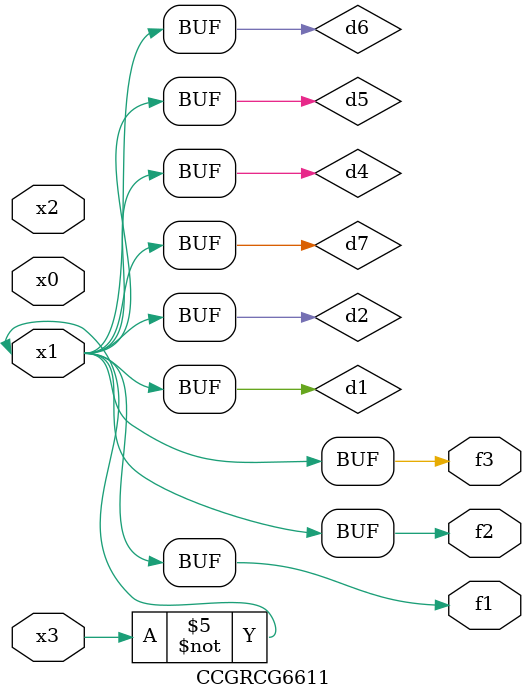
<source format=v>
module CCGRCG6611(
	input x0, x1, x2, x3,
	output f1, f2, f3
);

	wire d1, d2, d3, d4, d5, d6, d7;

	not (d1, x3);
	buf (d2, x1);
	xnor (d3, d1, d2);
	nor (d4, d1);
	buf (d5, d1, d2);
	buf (d6, d4, d5);
	nand (d7, d4);
	assign f1 = d6;
	assign f2 = d7;
	assign f3 = d6;
endmodule

</source>
